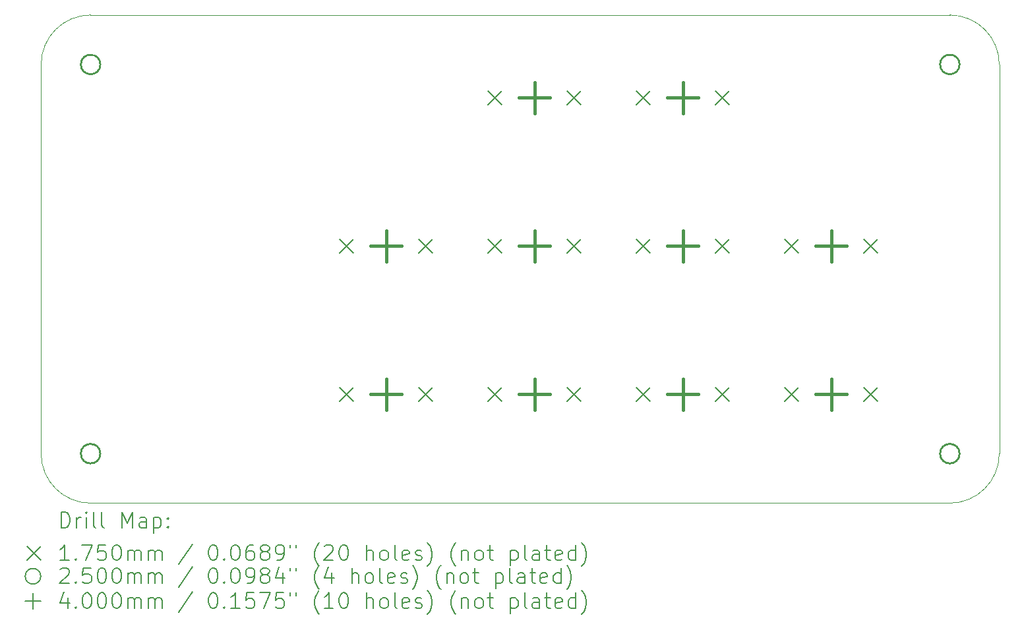
<source format=gbr>
%TF.GenerationSoftware,KiCad,Pcbnew,7.0.9*%
%TF.CreationDate,2024-01-16T00:31:27+00:00*%
%TF.ProjectId,AryA-Macropad,41727941-2d4d-4616-9372-6f7061642e6b,1.0*%
%TF.SameCoordinates,Original*%
%TF.FileFunction,Drillmap*%
%TF.FilePolarity,Positive*%
%FSLAX45Y45*%
G04 Gerber Fmt 4.5, Leading zero omitted, Abs format (unit mm)*
G04 Created by KiCad (PCBNEW 7.0.9) date 2024-01-16 00:31:27*
%MOMM*%
%LPD*%
G01*
G04 APERTURE LIST*
%ADD10C,0.100000*%
%ADD11C,0.200000*%
%ADD12C,0.175000*%
%ADD13C,0.250000*%
%ADD14C,0.400000*%
G04 APERTURE END LIST*
D10*
X8016875Y-5794375D02*
G75*
G03*
X7381875Y-6429375I0J-635000D01*
G01*
X7381875Y-11430000D02*
X7381875Y-6429375D01*
X8016875Y-12065000D02*
X19050000Y-12065000D01*
X19685000Y-11430000D02*
X19685000Y-6429375D01*
X8016875Y-5794375D02*
X19050000Y-5794375D01*
X19050000Y-12065000D02*
G75*
G03*
X19685000Y-11430000I0J635000D01*
G01*
X7381875Y-11430000D02*
G75*
G03*
X8016875Y-12065000I635000J0D01*
G01*
X19685005Y-6429375D02*
G75*
G03*
X19050000Y-5794375I-635005J-5D01*
G01*
D11*
D12*
X11215500Y-8675500D02*
X11390500Y-8850500D01*
X11390500Y-8675500D02*
X11215500Y-8850500D01*
X11215500Y-10580500D02*
X11390500Y-10755500D01*
X11390500Y-10580500D02*
X11215500Y-10755500D01*
X12231500Y-8675500D02*
X12406500Y-8850500D01*
X12406500Y-8675500D02*
X12231500Y-8850500D01*
X12231500Y-10580500D02*
X12406500Y-10755500D01*
X12406500Y-10580500D02*
X12231500Y-10755500D01*
X13120500Y-6770500D02*
X13295500Y-6945500D01*
X13295500Y-6770500D02*
X13120500Y-6945500D01*
X13120500Y-8675500D02*
X13295500Y-8850500D01*
X13295500Y-8675500D02*
X13120500Y-8850500D01*
X13120500Y-10580500D02*
X13295500Y-10755500D01*
X13295500Y-10580500D02*
X13120500Y-10755500D01*
X14136500Y-6770500D02*
X14311500Y-6945500D01*
X14311500Y-6770500D02*
X14136500Y-6945500D01*
X14136500Y-8675500D02*
X14311500Y-8850500D01*
X14311500Y-8675500D02*
X14136500Y-8850500D01*
X14136500Y-10580500D02*
X14311500Y-10755500D01*
X14311500Y-10580500D02*
X14136500Y-10755500D01*
X15025500Y-6770500D02*
X15200500Y-6945500D01*
X15200500Y-6770500D02*
X15025500Y-6945500D01*
X15025500Y-8675500D02*
X15200500Y-8850500D01*
X15200500Y-8675500D02*
X15025500Y-8850500D01*
X15025500Y-10580500D02*
X15200500Y-10755500D01*
X15200500Y-10580500D02*
X15025500Y-10755500D01*
X16041500Y-6770500D02*
X16216500Y-6945500D01*
X16216500Y-6770500D02*
X16041500Y-6945500D01*
X16041500Y-8675500D02*
X16216500Y-8850500D01*
X16216500Y-8675500D02*
X16041500Y-8850500D01*
X16041500Y-10580500D02*
X16216500Y-10755500D01*
X16216500Y-10580500D02*
X16041500Y-10755500D01*
X16930500Y-8675500D02*
X17105500Y-8850500D01*
X17105500Y-8675500D02*
X16930500Y-8850500D01*
X16930500Y-10580500D02*
X17105500Y-10755500D01*
X17105500Y-10580500D02*
X16930500Y-10755500D01*
X17946500Y-8675500D02*
X18121500Y-8850500D01*
X18121500Y-8675500D02*
X17946500Y-8850500D01*
X17946500Y-10580500D02*
X18121500Y-10755500D01*
X18121500Y-10580500D02*
X17946500Y-10755500D01*
D13*
X8141875Y-6429375D02*
G75*
G03*
X8141875Y-6429375I-125000J0D01*
G01*
X8141875Y-11430000D02*
G75*
G03*
X8141875Y-11430000I-125000J0D01*
G01*
X19175000Y-6429375D02*
G75*
G03*
X19175000Y-6429375I-125000J0D01*
G01*
X19175000Y-11430000D02*
G75*
G03*
X19175000Y-11430000I-125000J0D01*
G01*
D14*
X11811000Y-8563000D02*
X11811000Y-8963000D01*
X11611000Y-8763000D02*
X12011000Y-8763000D01*
X11811000Y-10468000D02*
X11811000Y-10868000D01*
X11611000Y-10668000D02*
X12011000Y-10668000D01*
X13716000Y-6658000D02*
X13716000Y-7058000D01*
X13516000Y-6858000D02*
X13916000Y-6858000D01*
X13716000Y-8563000D02*
X13716000Y-8963000D01*
X13516000Y-8763000D02*
X13916000Y-8763000D01*
X13716000Y-10468000D02*
X13716000Y-10868000D01*
X13516000Y-10668000D02*
X13916000Y-10668000D01*
X15621000Y-6658000D02*
X15621000Y-7058000D01*
X15421000Y-6858000D02*
X15821000Y-6858000D01*
X15621000Y-8563000D02*
X15621000Y-8963000D01*
X15421000Y-8763000D02*
X15821000Y-8763000D01*
X15621000Y-10468000D02*
X15621000Y-10868000D01*
X15421000Y-10668000D02*
X15821000Y-10668000D01*
X17526000Y-8563000D02*
X17526000Y-8963000D01*
X17326000Y-8763000D02*
X17726000Y-8763000D01*
X17526000Y-10468000D02*
X17526000Y-10868000D01*
X17326000Y-10668000D02*
X17726000Y-10668000D01*
D11*
X7637652Y-12381484D02*
X7637652Y-12181484D01*
X7637652Y-12181484D02*
X7685271Y-12181484D01*
X7685271Y-12181484D02*
X7713842Y-12191008D01*
X7713842Y-12191008D02*
X7732890Y-12210055D01*
X7732890Y-12210055D02*
X7742414Y-12229103D01*
X7742414Y-12229103D02*
X7751937Y-12267198D01*
X7751937Y-12267198D02*
X7751937Y-12295769D01*
X7751937Y-12295769D02*
X7742414Y-12333865D01*
X7742414Y-12333865D02*
X7732890Y-12352912D01*
X7732890Y-12352912D02*
X7713842Y-12371960D01*
X7713842Y-12371960D02*
X7685271Y-12381484D01*
X7685271Y-12381484D02*
X7637652Y-12381484D01*
X7837652Y-12381484D02*
X7837652Y-12248150D01*
X7837652Y-12286246D02*
X7847176Y-12267198D01*
X7847176Y-12267198D02*
X7856699Y-12257674D01*
X7856699Y-12257674D02*
X7875747Y-12248150D01*
X7875747Y-12248150D02*
X7894795Y-12248150D01*
X7961461Y-12381484D02*
X7961461Y-12248150D01*
X7961461Y-12181484D02*
X7951937Y-12191008D01*
X7951937Y-12191008D02*
X7961461Y-12200531D01*
X7961461Y-12200531D02*
X7970985Y-12191008D01*
X7970985Y-12191008D02*
X7961461Y-12181484D01*
X7961461Y-12181484D02*
X7961461Y-12200531D01*
X8085271Y-12381484D02*
X8066223Y-12371960D01*
X8066223Y-12371960D02*
X8056699Y-12352912D01*
X8056699Y-12352912D02*
X8056699Y-12181484D01*
X8190033Y-12381484D02*
X8170985Y-12371960D01*
X8170985Y-12371960D02*
X8161461Y-12352912D01*
X8161461Y-12352912D02*
X8161461Y-12181484D01*
X8418604Y-12381484D02*
X8418604Y-12181484D01*
X8418604Y-12181484D02*
X8485271Y-12324341D01*
X8485271Y-12324341D02*
X8551938Y-12181484D01*
X8551938Y-12181484D02*
X8551938Y-12381484D01*
X8732890Y-12381484D02*
X8732890Y-12276722D01*
X8732890Y-12276722D02*
X8723366Y-12257674D01*
X8723366Y-12257674D02*
X8704319Y-12248150D01*
X8704319Y-12248150D02*
X8666223Y-12248150D01*
X8666223Y-12248150D02*
X8647176Y-12257674D01*
X8732890Y-12371960D02*
X8713842Y-12381484D01*
X8713842Y-12381484D02*
X8666223Y-12381484D01*
X8666223Y-12381484D02*
X8647176Y-12371960D01*
X8647176Y-12371960D02*
X8637652Y-12352912D01*
X8637652Y-12352912D02*
X8637652Y-12333865D01*
X8637652Y-12333865D02*
X8647176Y-12314817D01*
X8647176Y-12314817D02*
X8666223Y-12305293D01*
X8666223Y-12305293D02*
X8713842Y-12305293D01*
X8713842Y-12305293D02*
X8732890Y-12295769D01*
X8828128Y-12248150D02*
X8828128Y-12448150D01*
X8828128Y-12257674D02*
X8847176Y-12248150D01*
X8847176Y-12248150D02*
X8885271Y-12248150D01*
X8885271Y-12248150D02*
X8904319Y-12257674D01*
X8904319Y-12257674D02*
X8913842Y-12267198D01*
X8913842Y-12267198D02*
X8923366Y-12286246D01*
X8923366Y-12286246D02*
X8923366Y-12343388D01*
X8923366Y-12343388D02*
X8913842Y-12362436D01*
X8913842Y-12362436D02*
X8904319Y-12371960D01*
X8904319Y-12371960D02*
X8885271Y-12381484D01*
X8885271Y-12381484D02*
X8847176Y-12381484D01*
X8847176Y-12381484D02*
X8828128Y-12371960D01*
X9009080Y-12362436D02*
X9018604Y-12371960D01*
X9018604Y-12371960D02*
X9009080Y-12381484D01*
X9009080Y-12381484D02*
X8999557Y-12371960D01*
X8999557Y-12371960D02*
X9009080Y-12362436D01*
X9009080Y-12362436D02*
X9009080Y-12381484D01*
X9009080Y-12257674D02*
X9018604Y-12267198D01*
X9018604Y-12267198D02*
X9009080Y-12276722D01*
X9009080Y-12276722D02*
X8999557Y-12267198D01*
X8999557Y-12267198D02*
X9009080Y-12257674D01*
X9009080Y-12257674D02*
X9009080Y-12276722D01*
D12*
X7201875Y-12622500D02*
X7376875Y-12797500D01*
X7376875Y-12622500D02*
X7201875Y-12797500D01*
D11*
X7742414Y-12801484D02*
X7628128Y-12801484D01*
X7685271Y-12801484D02*
X7685271Y-12601484D01*
X7685271Y-12601484D02*
X7666223Y-12630055D01*
X7666223Y-12630055D02*
X7647176Y-12649103D01*
X7647176Y-12649103D02*
X7628128Y-12658627D01*
X7828128Y-12782436D02*
X7837652Y-12791960D01*
X7837652Y-12791960D02*
X7828128Y-12801484D01*
X7828128Y-12801484D02*
X7818604Y-12791960D01*
X7818604Y-12791960D02*
X7828128Y-12782436D01*
X7828128Y-12782436D02*
X7828128Y-12801484D01*
X7904318Y-12601484D02*
X8037652Y-12601484D01*
X8037652Y-12601484D02*
X7951937Y-12801484D01*
X8209080Y-12601484D02*
X8113842Y-12601484D01*
X8113842Y-12601484D02*
X8104318Y-12696722D01*
X8104318Y-12696722D02*
X8113842Y-12687198D01*
X8113842Y-12687198D02*
X8132890Y-12677674D01*
X8132890Y-12677674D02*
X8180509Y-12677674D01*
X8180509Y-12677674D02*
X8199557Y-12687198D01*
X8199557Y-12687198D02*
X8209080Y-12696722D01*
X8209080Y-12696722D02*
X8218604Y-12715769D01*
X8218604Y-12715769D02*
X8218604Y-12763388D01*
X8218604Y-12763388D02*
X8209080Y-12782436D01*
X8209080Y-12782436D02*
X8199557Y-12791960D01*
X8199557Y-12791960D02*
X8180509Y-12801484D01*
X8180509Y-12801484D02*
X8132890Y-12801484D01*
X8132890Y-12801484D02*
X8113842Y-12791960D01*
X8113842Y-12791960D02*
X8104318Y-12782436D01*
X8342414Y-12601484D02*
X8361461Y-12601484D01*
X8361461Y-12601484D02*
X8380509Y-12611008D01*
X8380509Y-12611008D02*
X8390033Y-12620531D01*
X8390033Y-12620531D02*
X8399557Y-12639579D01*
X8399557Y-12639579D02*
X8409080Y-12677674D01*
X8409080Y-12677674D02*
X8409080Y-12725293D01*
X8409080Y-12725293D02*
X8399557Y-12763388D01*
X8399557Y-12763388D02*
X8390033Y-12782436D01*
X8390033Y-12782436D02*
X8380509Y-12791960D01*
X8380509Y-12791960D02*
X8361461Y-12801484D01*
X8361461Y-12801484D02*
X8342414Y-12801484D01*
X8342414Y-12801484D02*
X8323366Y-12791960D01*
X8323366Y-12791960D02*
X8313842Y-12782436D01*
X8313842Y-12782436D02*
X8304318Y-12763388D01*
X8304318Y-12763388D02*
X8294795Y-12725293D01*
X8294795Y-12725293D02*
X8294795Y-12677674D01*
X8294795Y-12677674D02*
X8304318Y-12639579D01*
X8304318Y-12639579D02*
X8313842Y-12620531D01*
X8313842Y-12620531D02*
X8323366Y-12611008D01*
X8323366Y-12611008D02*
X8342414Y-12601484D01*
X8494795Y-12801484D02*
X8494795Y-12668150D01*
X8494795Y-12687198D02*
X8504319Y-12677674D01*
X8504319Y-12677674D02*
X8523366Y-12668150D01*
X8523366Y-12668150D02*
X8551938Y-12668150D01*
X8551938Y-12668150D02*
X8570985Y-12677674D01*
X8570985Y-12677674D02*
X8580509Y-12696722D01*
X8580509Y-12696722D02*
X8580509Y-12801484D01*
X8580509Y-12696722D02*
X8590033Y-12677674D01*
X8590033Y-12677674D02*
X8609080Y-12668150D01*
X8609080Y-12668150D02*
X8637652Y-12668150D01*
X8637652Y-12668150D02*
X8656700Y-12677674D01*
X8656700Y-12677674D02*
X8666223Y-12696722D01*
X8666223Y-12696722D02*
X8666223Y-12801484D01*
X8761461Y-12801484D02*
X8761461Y-12668150D01*
X8761461Y-12687198D02*
X8770985Y-12677674D01*
X8770985Y-12677674D02*
X8790033Y-12668150D01*
X8790033Y-12668150D02*
X8818604Y-12668150D01*
X8818604Y-12668150D02*
X8837652Y-12677674D01*
X8837652Y-12677674D02*
X8847176Y-12696722D01*
X8847176Y-12696722D02*
X8847176Y-12801484D01*
X8847176Y-12696722D02*
X8856700Y-12677674D01*
X8856700Y-12677674D02*
X8875747Y-12668150D01*
X8875747Y-12668150D02*
X8904319Y-12668150D01*
X8904319Y-12668150D02*
X8923366Y-12677674D01*
X8923366Y-12677674D02*
X8932890Y-12696722D01*
X8932890Y-12696722D02*
X8932890Y-12801484D01*
X9323366Y-12591960D02*
X9151938Y-12849103D01*
X9580509Y-12601484D02*
X9599557Y-12601484D01*
X9599557Y-12601484D02*
X9618604Y-12611008D01*
X9618604Y-12611008D02*
X9628128Y-12620531D01*
X9628128Y-12620531D02*
X9637652Y-12639579D01*
X9637652Y-12639579D02*
X9647176Y-12677674D01*
X9647176Y-12677674D02*
X9647176Y-12725293D01*
X9647176Y-12725293D02*
X9637652Y-12763388D01*
X9637652Y-12763388D02*
X9628128Y-12782436D01*
X9628128Y-12782436D02*
X9618604Y-12791960D01*
X9618604Y-12791960D02*
X9599557Y-12801484D01*
X9599557Y-12801484D02*
X9580509Y-12801484D01*
X9580509Y-12801484D02*
X9561462Y-12791960D01*
X9561462Y-12791960D02*
X9551938Y-12782436D01*
X9551938Y-12782436D02*
X9542414Y-12763388D01*
X9542414Y-12763388D02*
X9532890Y-12725293D01*
X9532890Y-12725293D02*
X9532890Y-12677674D01*
X9532890Y-12677674D02*
X9542414Y-12639579D01*
X9542414Y-12639579D02*
X9551938Y-12620531D01*
X9551938Y-12620531D02*
X9561462Y-12611008D01*
X9561462Y-12611008D02*
X9580509Y-12601484D01*
X9732890Y-12782436D02*
X9742414Y-12791960D01*
X9742414Y-12791960D02*
X9732890Y-12801484D01*
X9732890Y-12801484D02*
X9723366Y-12791960D01*
X9723366Y-12791960D02*
X9732890Y-12782436D01*
X9732890Y-12782436D02*
X9732890Y-12801484D01*
X9866223Y-12601484D02*
X9885271Y-12601484D01*
X9885271Y-12601484D02*
X9904319Y-12611008D01*
X9904319Y-12611008D02*
X9913843Y-12620531D01*
X9913843Y-12620531D02*
X9923366Y-12639579D01*
X9923366Y-12639579D02*
X9932890Y-12677674D01*
X9932890Y-12677674D02*
X9932890Y-12725293D01*
X9932890Y-12725293D02*
X9923366Y-12763388D01*
X9923366Y-12763388D02*
X9913843Y-12782436D01*
X9913843Y-12782436D02*
X9904319Y-12791960D01*
X9904319Y-12791960D02*
X9885271Y-12801484D01*
X9885271Y-12801484D02*
X9866223Y-12801484D01*
X9866223Y-12801484D02*
X9847176Y-12791960D01*
X9847176Y-12791960D02*
X9837652Y-12782436D01*
X9837652Y-12782436D02*
X9828128Y-12763388D01*
X9828128Y-12763388D02*
X9818604Y-12725293D01*
X9818604Y-12725293D02*
X9818604Y-12677674D01*
X9818604Y-12677674D02*
X9828128Y-12639579D01*
X9828128Y-12639579D02*
X9837652Y-12620531D01*
X9837652Y-12620531D02*
X9847176Y-12611008D01*
X9847176Y-12611008D02*
X9866223Y-12601484D01*
X10104319Y-12601484D02*
X10066223Y-12601484D01*
X10066223Y-12601484D02*
X10047176Y-12611008D01*
X10047176Y-12611008D02*
X10037652Y-12620531D01*
X10037652Y-12620531D02*
X10018604Y-12649103D01*
X10018604Y-12649103D02*
X10009081Y-12687198D01*
X10009081Y-12687198D02*
X10009081Y-12763388D01*
X10009081Y-12763388D02*
X10018604Y-12782436D01*
X10018604Y-12782436D02*
X10028128Y-12791960D01*
X10028128Y-12791960D02*
X10047176Y-12801484D01*
X10047176Y-12801484D02*
X10085271Y-12801484D01*
X10085271Y-12801484D02*
X10104319Y-12791960D01*
X10104319Y-12791960D02*
X10113843Y-12782436D01*
X10113843Y-12782436D02*
X10123366Y-12763388D01*
X10123366Y-12763388D02*
X10123366Y-12715769D01*
X10123366Y-12715769D02*
X10113843Y-12696722D01*
X10113843Y-12696722D02*
X10104319Y-12687198D01*
X10104319Y-12687198D02*
X10085271Y-12677674D01*
X10085271Y-12677674D02*
X10047176Y-12677674D01*
X10047176Y-12677674D02*
X10028128Y-12687198D01*
X10028128Y-12687198D02*
X10018604Y-12696722D01*
X10018604Y-12696722D02*
X10009081Y-12715769D01*
X10237652Y-12687198D02*
X10218604Y-12677674D01*
X10218604Y-12677674D02*
X10209081Y-12668150D01*
X10209081Y-12668150D02*
X10199557Y-12649103D01*
X10199557Y-12649103D02*
X10199557Y-12639579D01*
X10199557Y-12639579D02*
X10209081Y-12620531D01*
X10209081Y-12620531D02*
X10218604Y-12611008D01*
X10218604Y-12611008D02*
X10237652Y-12601484D01*
X10237652Y-12601484D02*
X10275747Y-12601484D01*
X10275747Y-12601484D02*
X10294795Y-12611008D01*
X10294795Y-12611008D02*
X10304319Y-12620531D01*
X10304319Y-12620531D02*
X10313843Y-12639579D01*
X10313843Y-12639579D02*
X10313843Y-12649103D01*
X10313843Y-12649103D02*
X10304319Y-12668150D01*
X10304319Y-12668150D02*
X10294795Y-12677674D01*
X10294795Y-12677674D02*
X10275747Y-12687198D01*
X10275747Y-12687198D02*
X10237652Y-12687198D01*
X10237652Y-12687198D02*
X10218604Y-12696722D01*
X10218604Y-12696722D02*
X10209081Y-12706246D01*
X10209081Y-12706246D02*
X10199557Y-12725293D01*
X10199557Y-12725293D02*
X10199557Y-12763388D01*
X10199557Y-12763388D02*
X10209081Y-12782436D01*
X10209081Y-12782436D02*
X10218604Y-12791960D01*
X10218604Y-12791960D02*
X10237652Y-12801484D01*
X10237652Y-12801484D02*
X10275747Y-12801484D01*
X10275747Y-12801484D02*
X10294795Y-12791960D01*
X10294795Y-12791960D02*
X10304319Y-12782436D01*
X10304319Y-12782436D02*
X10313843Y-12763388D01*
X10313843Y-12763388D02*
X10313843Y-12725293D01*
X10313843Y-12725293D02*
X10304319Y-12706246D01*
X10304319Y-12706246D02*
X10294795Y-12696722D01*
X10294795Y-12696722D02*
X10275747Y-12687198D01*
X10409081Y-12801484D02*
X10447176Y-12801484D01*
X10447176Y-12801484D02*
X10466224Y-12791960D01*
X10466224Y-12791960D02*
X10475747Y-12782436D01*
X10475747Y-12782436D02*
X10494795Y-12753865D01*
X10494795Y-12753865D02*
X10504319Y-12715769D01*
X10504319Y-12715769D02*
X10504319Y-12639579D01*
X10504319Y-12639579D02*
X10494795Y-12620531D01*
X10494795Y-12620531D02*
X10485271Y-12611008D01*
X10485271Y-12611008D02*
X10466224Y-12601484D01*
X10466224Y-12601484D02*
X10428128Y-12601484D01*
X10428128Y-12601484D02*
X10409081Y-12611008D01*
X10409081Y-12611008D02*
X10399557Y-12620531D01*
X10399557Y-12620531D02*
X10390033Y-12639579D01*
X10390033Y-12639579D02*
X10390033Y-12687198D01*
X10390033Y-12687198D02*
X10399557Y-12706246D01*
X10399557Y-12706246D02*
X10409081Y-12715769D01*
X10409081Y-12715769D02*
X10428128Y-12725293D01*
X10428128Y-12725293D02*
X10466224Y-12725293D01*
X10466224Y-12725293D02*
X10485271Y-12715769D01*
X10485271Y-12715769D02*
X10494795Y-12706246D01*
X10494795Y-12706246D02*
X10504319Y-12687198D01*
X10580509Y-12601484D02*
X10580509Y-12639579D01*
X10656700Y-12601484D02*
X10656700Y-12639579D01*
X10951938Y-12877674D02*
X10942414Y-12868150D01*
X10942414Y-12868150D02*
X10923366Y-12839579D01*
X10923366Y-12839579D02*
X10913843Y-12820531D01*
X10913843Y-12820531D02*
X10904319Y-12791960D01*
X10904319Y-12791960D02*
X10894795Y-12744341D01*
X10894795Y-12744341D02*
X10894795Y-12706246D01*
X10894795Y-12706246D02*
X10904319Y-12658627D01*
X10904319Y-12658627D02*
X10913843Y-12630055D01*
X10913843Y-12630055D02*
X10923366Y-12611008D01*
X10923366Y-12611008D02*
X10942414Y-12582436D01*
X10942414Y-12582436D02*
X10951938Y-12572912D01*
X11018605Y-12620531D02*
X11028128Y-12611008D01*
X11028128Y-12611008D02*
X11047176Y-12601484D01*
X11047176Y-12601484D02*
X11094795Y-12601484D01*
X11094795Y-12601484D02*
X11113843Y-12611008D01*
X11113843Y-12611008D02*
X11123366Y-12620531D01*
X11123366Y-12620531D02*
X11132890Y-12639579D01*
X11132890Y-12639579D02*
X11132890Y-12658627D01*
X11132890Y-12658627D02*
X11123366Y-12687198D01*
X11123366Y-12687198D02*
X11009081Y-12801484D01*
X11009081Y-12801484D02*
X11132890Y-12801484D01*
X11256700Y-12601484D02*
X11275747Y-12601484D01*
X11275747Y-12601484D02*
X11294795Y-12611008D01*
X11294795Y-12611008D02*
X11304319Y-12620531D01*
X11304319Y-12620531D02*
X11313843Y-12639579D01*
X11313843Y-12639579D02*
X11323366Y-12677674D01*
X11323366Y-12677674D02*
X11323366Y-12725293D01*
X11323366Y-12725293D02*
X11313843Y-12763388D01*
X11313843Y-12763388D02*
X11304319Y-12782436D01*
X11304319Y-12782436D02*
X11294795Y-12791960D01*
X11294795Y-12791960D02*
X11275747Y-12801484D01*
X11275747Y-12801484D02*
X11256700Y-12801484D01*
X11256700Y-12801484D02*
X11237652Y-12791960D01*
X11237652Y-12791960D02*
X11228128Y-12782436D01*
X11228128Y-12782436D02*
X11218604Y-12763388D01*
X11218604Y-12763388D02*
X11209081Y-12725293D01*
X11209081Y-12725293D02*
X11209081Y-12677674D01*
X11209081Y-12677674D02*
X11218604Y-12639579D01*
X11218604Y-12639579D02*
X11228128Y-12620531D01*
X11228128Y-12620531D02*
X11237652Y-12611008D01*
X11237652Y-12611008D02*
X11256700Y-12601484D01*
X11561462Y-12801484D02*
X11561462Y-12601484D01*
X11647176Y-12801484D02*
X11647176Y-12696722D01*
X11647176Y-12696722D02*
X11637652Y-12677674D01*
X11637652Y-12677674D02*
X11618605Y-12668150D01*
X11618605Y-12668150D02*
X11590033Y-12668150D01*
X11590033Y-12668150D02*
X11570985Y-12677674D01*
X11570985Y-12677674D02*
X11561462Y-12687198D01*
X11770985Y-12801484D02*
X11751938Y-12791960D01*
X11751938Y-12791960D02*
X11742414Y-12782436D01*
X11742414Y-12782436D02*
X11732890Y-12763388D01*
X11732890Y-12763388D02*
X11732890Y-12706246D01*
X11732890Y-12706246D02*
X11742414Y-12687198D01*
X11742414Y-12687198D02*
X11751938Y-12677674D01*
X11751938Y-12677674D02*
X11770985Y-12668150D01*
X11770985Y-12668150D02*
X11799557Y-12668150D01*
X11799557Y-12668150D02*
X11818605Y-12677674D01*
X11818605Y-12677674D02*
X11828128Y-12687198D01*
X11828128Y-12687198D02*
X11837652Y-12706246D01*
X11837652Y-12706246D02*
X11837652Y-12763388D01*
X11837652Y-12763388D02*
X11828128Y-12782436D01*
X11828128Y-12782436D02*
X11818605Y-12791960D01*
X11818605Y-12791960D02*
X11799557Y-12801484D01*
X11799557Y-12801484D02*
X11770985Y-12801484D01*
X11951938Y-12801484D02*
X11932890Y-12791960D01*
X11932890Y-12791960D02*
X11923366Y-12772912D01*
X11923366Y-12772912D02*
X11923366Y-12601484D01*
X12104319Y-12791960D02*
X12085271Y-12801484D01*
X12085271Y-12801484D02*
X12047176Y-12801484D01*
X12047176Y-12801484D02*
X12028128Y-12791960D01*
X12028128Y-12791960D02*
X12018605Y-12772912D01*
X12018605Y-12772912D02*
X12018605Y-12696722D01*
X12018605Y-12696722D02*
X12028128Y-12677674D01*
X12028128Y-12677674D02*
X12047176Y-12668150D01*
X12047176Y-12668150D02*
X12085271Y-12668150D01*
X12085271Y-12668150D02*
X12104319Y-12677674D01*
X12104319Y-12677674D02*
X12113843Y-12696722D01*
X12113843Y-12696722D02*
X12113843Y-12715769D01*
X12113843Y-12715769D02*
X12018605Y-12734817D01*
X12190033Y-12791960D02*
X12209081Y-12801484D01*
X12209081Y-12801484D02*
X12247176Y-12801484D01*
X12247176Y-12801484D02*
X12266224Y-12791960D01*
X12266224Y-12791960D02*
X12275747Y-12772912D01*
X12275747Y-12772912D02*
X12275747Y-12763388D01*
X12275747Y-12763388D02*
X12266224Y-12744341D01*
X12266224Y-12744341D02*
X12247176Y-12734817D01*
X12247176Y-12734817D02*
X12218605Y-12734817D01*
X12218605Y-12734817D02*
X12199557Y-12725293D01*
X12199557Y-12725293D02*
X12190033Y-12706246D01*
X12190033Y-12706246D02*
X12190033Y-12696722D01*
X12190033Y-12696722D02*
X12199557Y-12677674D01*
X12199557Y-12677674D02*
X12218605Y-12668150D01*
X12218605Y-12668150D02*
X12247176Y-12668150D01*
X12247176Y-12668150D02*
X12266224Y-12677674D01*
X12342414Y-12877674D02*
X12351938Y-12868150D01*
X12351938Y-12868150D02*
X12370986Y-12839579D01*
X12370986Y-12839579D02*
X12380509Y-12820531D01*
X12380509Y-12820531D02*
X12390033Y-12791960D01*
X12390033Y-12791960D02*
X12399557Y-12744341D01*
X12399557Y-12744341D02*
X12399557Y-12706246D01*
X12399557Y-12706246D02*
X12390033Y-12658627D01*
X12390033Y-12658627D02*
X12380509Y-12630055D01*
X12380509Y-12630055D02*
X12370986Y-12611008D01*
X12370986Y-12611008D02*
X12351938Y-12582436D01*
X12351938Y-12582436D02*
X12342414Y-12572912D01*
X12704319Y-12877674D02*
X12694795Y-12868150D01*
X12694795Y-12868150D02*
X12675747Y-12839579D01*
X12675747Y-12839579D02*
X12666224Y-12820531D01*
X12666224Y-12820531D02*
X12656700Y-12791960D01*
X12656700Y-12791960D02*
X12647176Y-12744341D01*
X12647176Y-12744341D02*
X12647176Y-12706246D01*
X12647176Y-12706246D02*
X12656700Y-12658627D01*
X12656700Y-12658627D02*
X12666224Y-12630055D01*
X12666224Y-12630055D02*
X12675747Y-12611008D01*
X12675747Y-12611008D02*
X12694795Y-12582436D01*
X12694795Y-12582436D02*
X12704319Y-12572912D01*
X12780509Y-12668150D02*
X12780509Y-12801484D01*
X12780509Y-12687198D02*
X12790033Y-12677674D01*
X12790033Y-12677674D02*
X12809081Y-12668150D01*
X12809081Y-12668150D02*
X12837652Y-12668150D01*
X12837652Y-12668150D02*
X12856700Y-12677674D01*
X12856700Y-12677674D02*
X12866224Y-12696722D01*
X12866224Y-12696722D02*
X12866224Y-12801484D01*
X12990033Y-12801484D02*
X12970986Y-12791960D01*
X12970986Y-12791960D02*
X12961462Y-12782436D01*
X12961462Y-12782436D02*
X12951938Y-12763388D01*
X12951938Y-12763388D02*
X12951938Y-12706246D01*
X12951938Y-12706246D02*
X12961462Y-12687198D01*
X12961462Y-12687198D02*
X12970986Y-12677674D01*
X12970986Y-12677674D02*
X12990033Y-12668150D01*
X12990033Y-12668150D02*
X13018605Y-12668150D01*
X13018605Y-12668150D02*
X13037652Y-12677674D01*
X13037652Y-12677674D02*
X13047176Y-12687198D01*
X13047176Y-12687198D02*
X13056700Y-12706246D01*
X13056700Y-12706246D02*
X13056700Y-12763388D01*
X13056700Y-12763388D02*
X13047176Y-12782436D01*
X13047176Y-12782436D02*
X13037652Y-12791960D01*
X13037652Y-12791960D02*
X13018605Y-12801484D01*
X13018605Y-12801484D02*
X12990033Y-12801484D01*
X13113843Y-12668150D02*
X13190033Y-12668150D01*
X13142414Y-12601484D02*
X13142414Y-12772912D01*
X13142414Y-12772912D02*
X13151938Y-12791960D01*
X13151938Y-12791960D02*
X13170986Y-12801484D01*
X13170986Y-12801484D02*
X13190033Y-12801484D01*
X13409081Y-12668150D02*
X13409081Y-12868150D01*
X13409081Y-12677674D02*
X13428128Y-12668150D01*
X13428128Y-12668150D02*
X13466224Y-12668150D01*
X13466224Y-12668150D02*
X13485271Y-12677674D01*
X13485271Y-12677674D02*
X13494795Y-12687198D01*
X13494795Y-12687198D02*
X13504319Y-12706246D01*
X13504319Y-12706246D02*
X13504319Y-12763388D01*
X13504319Y-12763388D02*
X13494795Y-12782436D01*
X13494795Y-12782436D02*
X13485271Y-12791960D01*
X13485271Y-12791960D02*
X13466224Y-12801484D01*
X13466224Y-12801484D02*
X13428128Y-12801484D01*
X13428128Y-12801484D02*
X13409081Y-12791960D01*
X13618605Y-12801484D02*
X13599557Y-12791960D01*
X13599557Y-12791960D02*
X13590033Y-12772912D01*
X13590033Y-12772912D02*
X13590033Y-12601484D01*
X13780509Y-12801484D02*
X13780509Y-12696722D01*
X13780509Y-12696722D02*
X13770986Y-12677674D01*
X13770986Y-12677674D02*
X13751938Y-12668150D01*
X13751938Y-12668150D02*
X13713843Y-12668150D01*
X13713843Y-12668150D02*
X13694795Y-12677674D01*
X13780509Y-12791960D02*
X13761462Y-12801484D01*
X13761462Y-12801484D02*
X13713843Y-12801484D01*
X13713843Y-12801484D02*
X13694795Y-12791960D01*
X13694795Y-12791960D02*
X13685271Y-12772912D01*
X13685271Y-12772912D02*
X13685271Y-12753865D01*
X13685271Y-12753865D02*
X13694795Y-12734817D01*
X13694795Y-12734817D02*
X13713843Y-12725293D01*
X13713843Y-12725293D02*
X13761462Y-12725293D01*
X13761462Y-12725293D02*
X13780509Y-12715769D01*
X13847176Y-12668150D02*
X13923367Y-12668150D01*
X13875748Y-12601484D02*
X13875748Y-12772912D01*
X13875748Y-12772912D02*
X13885271Y-12791960D01*
X13885271Y-12791960D02*
X13904319Y-12801484D01*
X13904319Y-12801484D02*
X13923367Y-12801484D01*
X14066224Y-12791960D02*
X14047176Y-12801484D01*
X14047176Y-12801484D02*
X14009081Y-12801484D01*
X14009081Y-12801484D02*
X13990033Y-12791960D01*
X13990033Y-12791960D02*
X13980509Y-12772912D01*
X13980509Y-12772912D02*
X13980509Y-12696722D01*
X13980509Y-12696722D02*
X13990033Y-12677674D01*
X13990033Y-12677674D02*
X14009081Y-12668150D01*
X14009081Y-12668150D02*
X14047176Y-12668150D01*
X14047176Y-12668150D02*
X14066224Y-12677674D01*
X14066224Y-12677674D02*
X14075748Y-12696722D01*
X14075748Y-12696722D02*
X14075748Y-12715769D01*
X14075748Y-12715769D02*
X13980509Y-12734817D01*
X14247176Y-12801484D02*
X14247176Y-12601484D01*
X14247176Y-12791960D02*
X14228129Y-12801484D01*
X14228129Y-12801484D02*
X14190033Y-12801484D01*
X14190033Y-12801484D02*
X14170986Y-12791960D01*
X14170986Y-12791960D02*
X14161462Y-12782436D01*
X14161462Y-12782436D02*
X14151938Y-12763388D01*
X14151938Y-12763388D02*
X14151938Y-12706246D01*
X14151938Y-12706246D02*
X14161462Y-12687198D01*
X14161462Y-12687198D02*
X14170986Y-12677674D01*
X14170986Y-12677674D02*
X14190033Y-12668150D01*
X14190033Y-12668150D02*
X14228129Y-12668150D01*
X14228129Y-12668150D02*
X14247176Y-12677674D01*
X14323367Y-12877674D02*
X14332890Y-12868150D01*
X14332890Y-12868150D02*
X14351938Y-12839579D01*
X14351938Y-12839579D02*
X14361462Y-12820531D01*
X14361462Y-12820531D02*
X14370986Y-12791960D01*
X14370986Y-12791960D02*
X14380509Y-12744341D01*
X14380509Y-12744341D02*
X14380509Y-12706246D01*
X14380509Y-12706246D02*
X14370986Y-12658627D01*
X14370986Y-12658627D02*
X14361462Y-12630055D01*
X14361462Y-12630055D02*
X14351938Y-12611008D01*
X14351938Y-12611008D02*
X14332890Y-12582436D01*
X14332890Y-12582436D02*
X14323367Y-12572912D01*
X7376875Y-13005000D02*
G75*
G03*
X7376875Y-13005000I-100000J0D01*
G01*
X7628128Y-12915531D02*
X7637652Y-12906008D01*
X7637652Y-12906008D02*
X7656699Y-12896484D01*
X7656699Y-12896484D02*
X7704318Y-12896484D01*
X7704318Y-12896484D02*
X7723366Y-12906008D01*
X7723366Y-12906008D02*
X7732890Y-12915531D01*
X7732890Y-12915531D02*
X7742414Y-12934579D01*
X7742414Y-12934579D02*
X7742414Y-12953627D01*
X7742414Y-12953627D02*
X7732890Y-12982198D01*
X7732890Y-12982198D02*
X7618604Y-13096484D01*
X7618604Y-13096484D02*
X7742414Y-13096484D01*
X7828128Y-13077436D02*
X7837652Y-13086960D01*
X7837652Y-13086960D02*
X7828128Y-13096484D01*
X7828128Y-13096484D02*
X7818604Y-13086960D01*
X7818604Y-13086960D02*
X7828128Y-13077436D01*
X7828128Y-13077436D02*
X7828128Y-13096484D01*
X8018604Y-12896484D02*
X7923366Y-12896484D01*
X7923366Y-12896484D02*
X7913842Y-12991722D01*
X7913842Y-12991722D02*
X7923366Y-12982198D01*
X7923366Y-12982198D02*
X7942414Y-12972674D01*
X7942414Y-12972674D02*
X7990033Y-12972674D01*
X7990033Y-12972674D02*
X8009080Y-12982198D01*
X8009080Y-12982198D02*
X8018604Y-12991722D01*
X8018604Y-12991722D02*
X8028128Y-13010769D01*
X8028128Y-13010769D02*
X8028128Y-13058388D01*
X8028128Y-13058388D02*
X8018604Y-13077436D01*
X8018604Y-13077436D02*
X8009080Y-13086960D01*
X8009080Y-13086960D02*
X7990033Y-13096484D01*
X7990033Y-13096484D02*
X7942414Y-13096484D01*
X7942414Y-13096484D02*
X7923366Y-13086960D01*
X7923366Y-13086960D02*
X7913842Y-13077436D01*
X8151937Y-12896484D02*
X8170985Y-12896484D01*
X8170985Y-12896484D02*
X8190033Y-12906008D01*
X8190033Y-12906008D02*
X8199557Y-12915531D01*
X8199557Y-12915531D02*
X8209080Y-12934579D01*
X8209080Y-12934579D02*
X8218604Y-12972674D01*
X8218604Y-12972674D02*
X8218604Y-13020293D01*
X8218604Y-13020293D02*
X8209080Y-13058388D01*
X8209080Y-13058388D02*
X8199557Y-13077436D01*
X8199557Y-13077436D02*
X8190033Y-13086960D01*
X8190033Y-13086960D02*
X8170985Y-13096484D01*
X8170985Y-13096484D02*
X8151937Y-13096484D01*
X8151937Y-13096484D02*
X8132890Y-13086960D01*
X8132890Y-13086960D02*
X8123366Y-13077436D01*
X8123366Y-13077436D02*
X8113842Y-13058388D01*
X8113842Y-13058388D02*
X8104318Y-13020293D01*
X8104318Y-13020293D02*
X8104318Y-12972674D01*
X8104318Y-12972674D02*
X8113842Y-12934579D01*
X8113842Y-12934579D02*
X8123366Y-12915531D01*
X8123366Y-12915531D02*
X8132890Y-12906008D01*
X8132890Y-12906008D02*
X8151937Y-12896484D01*
X8342414Y-12896484D02*
X8361461Y-12896484D01*
X8361461Y-12896484D02*
X8380509Y-12906008D01*
X8380509Y-12906008D02*
X8390033Y-12915531D01*
X8390033Y-12915531D02*
X8399557Y-12934579D01*
X8399557Y-12934579D02*
X8409080Y-12972674D01*
X8409080Y-12972674D02*
X8409080Y-13020293D01*
X8409080Y-13020293D02*
X8399557Y-13058388D01*
X8399557Y-13058388D02*
X8390033Y-13077436D01*
X8390033Y-13077436D02*
X8380509Y-13086960D01*
X8380509Y-13086960D02*
X8361461Y-13096484D01*
X8361461Y-13096484D02*
X8342414Y-13096484D01*
X8342414Y-13096484D02*
X8323366Y-13086960D01*
X8323366Y-13086960D02*
X8313842Y-13077436D01*
X8313842Y-13077436D02*
X8304318Y-13058388D01*
X8304318Y-13058388D02*
X8294795Y-13020293D01*
X8294795Y-13020293D02*
X8294795Y-12972674D01*
X8294795Y-12972674D02*
X8304318Y-12934579D01*
X8304318Y-12934579D02*
X8313842Y-12915531D01*
X8313842Y-12915531D02*
X8323366Y-12906008D01*
X8323366Y-12906008D02*
X8342414Y-12896484D01*
X8494795Y-13096484D02*
X8494795Y-12963150D01*
X8494795Y-12982198D02*
X8504319Y-12972674D01*
X8504319Y-12972674D02*
X8523366Y-12963150D01*
X8523366Y-12963150D02*
X8551938Y-12963150D01*
X8551938Y-12963150D02*
X8570985Y-12972674D01*
X8570985Y-12972674D02*
X8580509Y-12991722D01*
X8580509Y-12991722D02*
X8580509Y-13096484D01*
X8580509Y-12991722D02*
X8590033Y-12972674D01*
X8590033Y-12972674D02*
X8609080Y-12963150D01*
X8609080Y-12963150D02*
X8637652Y-12963150D01*
X8637652Y-12963150D02*
X8656700Y-12972674D01*
X8656700Y-12972674D02*
X8666223Y-12991722D01*
X8666223Y-12991722D02*
X8666223Y-13096484D01*
X8761461Y-13096484D02*
X8761461Y-12963150D01*
X8761461Y-12982198D02*
X8770985Y-12972674D01*
X8770985Y-12972674D02*
X8790033Y-12963150D01*
X8790033Y-12963150D02*
X8818604Y-12963150D01*
X8818604Y-12963150D02*
X8837652Y-12972674D01*
X8837652Y-12972674D02*
X8847176Y-12991722D01*
X8847176Y-12991722D02*
X8847176Y-13096484D01*
X8847176Y-12991722D02*
X8856700Y-12972674D01*
X8856700Y-12972674D02*
X8875747Y-12963150D01*
X8875747Y-12963150D02*
X8904319Y-12963150D01*
X8904319Y-12963150D02*
X8923366Y-12972674D01*
X8923366Y-12972674D02*
X8932890Y-12991722D01*
X8932890Y-12991722D02*
X8932890Y-13096484D01*
X9323366Y-12886960D02*
X9151938Y-13144103D01*
X9580509Y-12896484D02*
X9599557Y-12896484D01*
X9599557Y-12896484D02*
X9618604Y-12906008D01*
X9618604Y-12906008D02*
X9628128Y-12915531D01*
X9628128Y-12915531D02*
X9637652Y-12934579D01*
X9637652Y-12934579D02*
X9647176Y-12972674D01*
X9647176Y-12972674D02*
X9647176Y-13020293D01*
X9647176Y-13020293D02*
X9637652Y-13058388D01*
X9637652Y-13058388D02*
X9628128Y-13077436D01*
X9628128Y-13077436D02*
X9618604Y-13086960D01*
X9618604Y-13086960D02*
X9599557Y-13096484D01*
X9599557Y-13096484D02*
X9580509Y-13096484D01*
X9580509Y-13096484D02*
X9561462Y-13086960D01*
X9561462Y-13086960D02*
X9551938Y-13077436D01*
X9551938Y-13077436D02*
X9542414Y-13058388D01*
X9542414Y-13058388D02*
X9532890Y-13020293D01*
X9532890Y-13020293D02*
X9532890Y-12972674D01*
X9532890Y-12972674D02*
X9542414Y-12934579D01*
X9542414Y-12934579D02*
X9551938Y-12915531D01*
X9551938Y-12915531D02*
X9561462Y-12906008D01*
X9561462Y-12906008D02*
X9580509Y-12896484D01*
X9732890Y-13077436D02*
X9742414Y-13086960D01*
X9742414Y-13086960D02*
X9732890Y-13096484D01*
X9732890Y-13096484D02*
X9723366Y-13086960D01*
X9723366Y-13086960D02*
X9732890Y-13077436D01*
X9732890Y-13077436D02*
X9732890Y-13096484D01*
X9866223Y-12896484D02*
X9885271Y-12896484D01*
X9885271Y-12896484D02*
X9904319Y-12906008D01*
X9904319Y-12906008D02*
X9913843Y-12915531D01*
X9913843Y-12915531D02*
X9923366Y-12934579D01*
X9923366Y-12934579D02*
X9932890Y-12972674D01*
X9932890Y-12972674D02*
X9932890Y-13020293D01*
X9932890Y-13020293D02*
X9923366Y-13058388D01*
X9923366Y-13058388D02*
X9913843Y-13077436D01*
X9913843Y-13077436D02*
X9904319Y-13086960D01*
X9904319Y-13086960D02*
X9885271Y-13096484D01*
X9885271Y-13096484D02*
X9866223Y-13096484D01*
X9866223Y-13096484D02*
X9847176Y-13086960D01*
X9847176Y-13086960D02*
X9837652Y-13077436D01*
X9837652Y-13077436D02*
X9828128Y-13058388D01*
X9828128Y-13058388D02*
X9818604Y-13020293D01*
X9818604Y-13020293D02*
X9818604Y-12972674D01*
X9818604Y-12972674D02*
X9828128Y-12934579D01*
X9828128Y-12934579D02*
X9837652Y-12915531D01*
X9837652Y-12915531D02*
X9847176Y-12906008D01*
X9847176Y-12906008D02*
X9866223Y-12896484D01*
X10028128Y-13096484D02*
X10066223Y-13096484D01*
X10066223Y-13096484D02*
X10085271Y-13086960D01*
X10085271Y-13086960D02*
X10094795Y-13077436D01*
X10094795Y-13077436D02*
X10113843Y-13048865D01*
X10113843Y-13048865D02*
X10123366Y-13010769D01*
X10123366Y-13010769D02*
X10123366Y-12934579D01*
X10123366Y-12934579D02*
X10113843Y-12915531D01*
X10113843Y-12915531D02*
X10104319Y-12906008D01*
X10104319Y-12906008D02*
X10085271Y-12896484D01*
X10085271Y-12896484D02*
X10047176Y-12896484D01*
X10047176Y-12896484D02*
X10028128Y-12906008D01*
X10028128Y-12906008D02*
X10018604Y-12915531D01*
X10018604Y-12915531D02*
X10009081Y-12934579D01*
X10009081Y-12934579D02*
X10009081Y-12982198D01*
X10009081Y-12982198D02*
X10018604Y-13001246D01*
X10018604Y-13001246D02*
X10028128Y-13010769D01*
X10028128Y-13010769D02*
X10047176Y-13020293D01*
X10047176Y-13020293D02*
X10085271Y-13020293D01*
X10085271Y-13020293D02*
X10104319Y-13010769D01*
X10104319Y-13010769D02*
X10113843Y-13001246D01*
X10113843Y-13001246D02*
X10123366Y-12982198D01*
X10237652Y-12982198D02*
X10218604Y-12972674D01*
X10218604Y-12972674D02*
X10209081Y-12963150D01*
X10209081Y-12963150D02*
X10199557Y-12944103D01*
X10199557Y-12944103D02*
X10199557Y-12934579D01*
X10199557Y-12934579D02*
X10209081Y-12915531D01*
X10209081Y-12915531D02*
X10218604Y-12906008D01*
X10218604Y-12906008D02*
X10237652Y-12896484D01*
X10237652Y-12896484D02*
X10275747Y-12896484D01*
X10275747Y-12896484D02*
X10294795Y-12906008D01*
X10294795Y-12906008D02*
X10304319Y-12915531D01*
X10304319Y-12915531D02*
X10313843Y-12934579D01*
X10313843Y-12934579D02*
X10313843Y-12944103D01*
X10313843Y-12944103D02*
X10304319Y-12963150D01*
X10304319Y-12963150D02*
X10294795Y-12972674D01*
X10294795Y-12972674D02*
X10275747Y-12982198D01*
X10275747Y-12982198D02*
X10237652Y-12982198D01*
X10237652Y-12982198D02*
X10218604Y-12991722D01*
X10218604Y-12991722D02*
X10209081Y-13001246D01*
X10209081Y-13001246D02*
X10199557Y-13020293D01*
X10199557Y-13020293D02*
X10199557Y-13058388D01*
X10199557Y-13058388D02*
X10209081Y-13077436D01*
X10209081Y-13077436D02*
X10218604Y-13086960D01*
X10218604Y-13086960D02*
X10237652Y-13096484D01*
X10237652Y-13096484D02*
X10275747Y-13096484D01*
X10275747Y-13096484D02*
X10294795Y-13086960D01*
X10294795Y-13086960D02*
X10304319Y-13077436D01*
X10304319Y-13077436D02*
X10313843Y-13058388D01*
X10313843Y-13058388D02*
X10313843Y-13020293D01*
X10313843Y-13020293D02*
X10304319Y-13001246D01*
X10304319Y-13001246D02*
X10294795Y-12991722D01*
X10294795Y-12991722D02*
X10275747Y-12982198D01*
X10485271Y-12963150D02*
X10485271Y-13096484D01*
X10437652Y-12886960D02*
X10390033Y-13029817D01*
X10390033Y-13029817D02*
X10513843Y-13029817D01*
X10580509Y-12896484D02*
X10580509Y-12934579D01*
X10656700Y-12896484D02*
X10656700Y-12934579D01*
X10951938Y-13172674D02*
X10942414Y-13163150D01*
X10942414Y-13163150D02*
X10923366Y-13134579D01*
X10923366Y-13134579D02*
X10913843Y-13115531D01*
X10913843Y-13115531D02*
X10904319Y-13086960D01*
X10904319Y-13086960D02*
X10894795Y-13039341D01*
X10894795Y-13039341D02*
X10894795Y-13001246D01*
X10894795Y-13001246D02*
X10904319Y-12953627D01*
X10904319Y-12953627D02*
X10913843Y-12925055D01*
X10913843Y-12925055D02*
X10923366Y-12906008D01*
X10923366Y-12906008D02*
X10942414Y-12877436D01*
X10942414Y-12877436D02*
X10951938Y-12867912D01*
X11113843Y-12963150D02*
X11113843Y-13096484D01*
X11066224Y-12886960D02*
X11018605Y-13029817D01*
X11018605Y-13029817D02*
X11142414Y-13029817D01*
X11370985Y-13096484D02*
X11370985Y-12896484D01*
X11456700Y-13096484D02*
X11456700Y-12991722D01*
X11456700Y-12991722D02*
X11447176Y-12972674D01*
X11447176Y-12972674D02*
X11428128Y-12963150D01*
X11428128Y-12963150D02*
X11399557Y-12963150D01*
X11399557Y-12963150D02*
X11380509Y-12972674D01*
X11380509Y-12972674D02*
X11370985Y-12982198D01*
X11580509Y-13096484D02*
X11561462Y-13086960D01*
X11561462Y-13086960D02*
X11551938Y-13077436D01*
X11551938Y-13077436D02*
X11542414Y-13058388D01*
X11542414Y-13058388D02*
X11542414Y-13001246D01*
X11542414Y-13001246D02*
X11551938Y-12982198D01*
X11551938Y-12982198D02*
X11561462Y-12972674D01*
X11561462Y-12972674D02*
X11580509Y-12963150D01*
X11580509Y-12963150D02*
X11609081Y-12963150D01*
X11609081Y-12963150D02*
X11628128Y-12972674D01*
X11628128Y-12972674D02*
X11637652Y-12982198D01*
X11637652Y-12982198D02*
X11647176Y-13001246D01*
X11647176Y-13001246D02*
X11647176Y-13058388D01*
X11647176Y-13058388D02*
X11637652Y-13077436D01*
X11637652Y-13077436D02*
X11628128Y-13086960D01*
X11628128Y-13086960D02*
X11609081Y-13096484D01*
X11609081Y-13096484D02*
X11580509Y-13096484D01*
X11761462Y-13096484D02*
X11742414Y-13086960D01*
X11742414Y-13086960D02*
X11732890Y-13067912D01*
X11732890Y-13067912D02*
X11732890Y-12896484D01*
X11913843Y-13086960D02*
X11894795Y-13096484D01*
X11894795Y-13096484D02*
X11856700Y-13096484D01*
X11856700Y-13096484D02*
X11837652Y-13086960D01*
X11837652Y-13086960D02*
X11828128Y-13067912D01*
X11828128Y-13067912D02*
X11828128Y-12991722D01*
X11828128Y-12991722D02*
X11837652Y-12972674D01*
X11837652Y-12972674D02*
X11856700Y-12963150D01*
X11856700Y-12963150D02*
X11894795Y-12963150D01*
X11894795Y-12963150D02*
X11913843Y-12972674D01*
X11913843Y-12972674D02*
X11923366Y-12991722D01*
X11923366Y-12991722D02*
X11923366Y-13010769D01*
X11923366Y-13010769D02*
X11828128Y-13029817D01*
X11999557Y-13086960D02*
X12018605Y-13096484D01*
X12018605Y-13096484D02*
X12056700Y-13096484D01*
X12056700Y-13096484D02*
X12075747Y-13086960D01*
X12075747Y-13086960D02*
X12085271Y-13067912D01*
X12085271Y-13067912D02*
X12085271Y-13058388D01*
X12085271Y-13058388D02*
X12075747Y-13039341D01*
X12075747Y-13039341D02*
X12056700Y-13029817D01*
X12056700Y-13029817D02*
X12028128Y-13029817D01*
X12028128Y-13029817D02*
X12009081Y-13020293D01*
X12009081Y-13020293D02*
X11999557Y-13001246D01*
X11999557Y-13001246D02*
X11999557Y-12991722D01*
X11999557Y-12991722D02*
X12009081Y-12972674D01*
X12009081Y-12972674D02*
X12028128Y-12963150D01*
X12028128Y-12963150D02*
X12056700Y-12963150D01*
X12056700Y-12963150D02*
X12075747Y-12972674D01*
X12151938Y-13172674D02*
X12161462Y-13163150D01*
X12161462Y-13163150D02*
X12180509Y-13134579D01*
X12180509Y-13134579D02*
X12190033Y-13115531D01*
X12190033Y-13115531D02*
X12199557Y-13086960D01*
X12199557Y-13086960D02*
X12209081Y-13039341D01*
X12209081Y-13039341D02*
X12209081Y-13001246D01*
X12209081Y-13001246D02*
X12199557Y-12953627D01*
X12199557Y-12953627D02*
X12190033Y-12925055D01*
X12190033Y-12925055D02*
X12180509Y-12906008D01*
X12180509Y-12906008D02*
X12161462Y-12877436D01*
X12161462Y-12877436D02*
X12151938Y-12867912D01*
X12513843Y-13172674D02*
X12504319Y-13163150D01*
X12504319Y-13163150D02*
X12485271Y-13134579D01*
X12485271Y-13134579D02*
X12475747Y-13115531D01*
X12475747Y-13115531D02*
X12466224Y-13086960D01*
X12466224Y-13086960D02*
X12456700Y-13039341D01*
X12456700Y-13039341D02*
X12456700Y-13001246D01*
X12456700Y-13001246D02*
X12466224Y-12953627D01*
X12466224Y-12953627D02*
X12475747Y-12925055D01*
X12475747Y-12925055D02*
X12485271Y-12906008D01*
X12485271Y-12906008D02*
X12504319Y-12877436D01*
X12504319Y-12877436D02*
X12513843Y-12867912D01*
X12590033Y-12963150D02*
X12590033Y-13096484D01*
X12590033Y-12982198D02*
X12599557Y-12972674D01*
X12599557Y-12972674D02*
X12618605Y-12963150D01*
X12618605Y-12963150D02*
X12647176Y-12963150D01*
X12647176Y-12963150D02*
X12666224Y-12972674D01*
X12666224Y-12972674D02*
X12675747Y-12991722D01*
X12675747Y-12991722D02*
X12675747Y-13096484D01*
X12799557Y-13096484D02*
X12780509Y-13086960D01*
X12780509Y-13086960D02*
X12770986Y-13077436D01*
X12770986Y-13077436D02*
X12761462Y-13058388D01*
X12761462Y-13058388D02*
X12761462Y-13001246D01*
X12761462Y-13001246D02*
X12770986Y-12982198D01*
X12770986Y-12982198D02*
X12780509Y-12972674D01*
X12780509Y-12972674D02*
X12799557Y-12963150D01*
X12799557Y-12963150D02*
X12828128Y-12963150D01*
X12828128Y-12963150D02*
X12847176Y-12972674D01*
X12847176Y-12972674D02*
X12856700Y-12982198D01*
X12856700Y-12982198D02*
X12866224Y-13001246D01*
X12866224Y-13001246D02*
X12866224Y-13058388D01*
X12866224Y-13058388D02*
X12856700Y-13077436D01*
X12856700Y-13077436D02*
X12847176Y-13086960D01*
X12847176Y-13086960D02*
X12828128Y-13096484D01*
X12828128Y-13096484D02*
X12799557Y-13096484D01*
X12923367Y-12963150D02*
X12999557Y-12963150D01*
X12951938Y-12896484D02*
X12951938Y-13067912D01*
X12951938Y-13067912D02*
X12961462Y-13086960D01*
X12961462Y-13086960D02*
X12980509Y-13096484D01*
X12980509Y-13096484D02*
X12999557Y-13096484D01*
X13218605Y-12963150D02*
X13218605Y-13163150D01*
X13218605Y-12972674D02*
X13237652Y-12963150D01*
X13237652Y-12963150D02*
X13275748Y-12963150D01*
X13275748Y-12963150D02*
X13294795Y-12972674D01*
X13294795Y-12972674D02*
X13304319Y-12982198D01*
X13304319Y-12982198D02*
X13313843Y-13001246D01*
X13313843Y-13001246D02*
X13313843Y-13058388D01*
X13313843Y-13058388D02*
X13304319Y-13077436D01*
X13304319Y-13077436D02*
X13294795Y-13086960D01*
X13294795Y-13086960D02*
X13275748Y-13096484D01*
X13275748Y-13096484D02*
X13237652Y-13096484D01*
X13237652Y-13096484D02*
X13218605Y-13086960D01*
X13428128Y-13096484D02*
X13409081Y-13086960D01*
X13409081Y-13086960D02*
X13399557Y-13067912D01*
X13399557Y-13067912D02*
X13399557Y-12896484D01*
X13590033Y-13096484D02*
X13590033Y-12991722D01*
X13590033Y-12991722D02*
X13580509Y-12972674D01*
X13580509Y-12972674D02*
X13561462Y-12963150D01*
X13561462Y-12963150D02*
X13523367Y-12963150D01*
X13523367Y-12963150D02*
X13504319Y-12972674D01*
X13590033Y-13086960D02*
X13570986Y-13096484D01*
X13570986Y-13096484D02*
X13523367Y-13096484D01*
X13523367Y-13096484D02*
X13504319Y-13086960D01*
X13504319Y-13086960D02*
X13494795Y-13067912D01*
X13494795Y-13067912D02*
X13494795Y-13048865D01*
X13494795Y-13048865D02*
X13504319Y-13029817D01*
X13504319Y-13029817D02*
X13523367Y-13020293D01*
X13523367Y-13020293D02*
X13570986Y-13020293D01*
X13570986Y-13020293D02*
X13590033Y-13010769D01*
X13656700Y-12963150D02*
X13732890Y-12963150D01*
X13685271Y-12896484D02*
X13685271Y-13067912D01*
X13685271Y-13067912D02*
X13694795Y-13086960D01*
X13694795Y-13086960D02*
X13713843Y-13096484D01*
X13713843Y-13096484D02*
X13732890Y-13096484D01*
X13875748Y-13086960D02*
X13856700Y-13096484D01*
X13856700Y-13096484D02*
X13818605Y-13096484D01*
X13818605Y-13096484D02*
X13799557Y-13086960D01*
X13799557Y-13086960D02*
X13790033Y-13067912D01*
X13790033Y-13067912D02*
X13790033Y-12991722D01*
X13790033Y-12991722D02*
X13799557Y-12972674D01*
X13799557Y-12972674D02*
X13818605Y-12963150D01*
X13818605Y-12963150D02*
X13856700Y-12963150D01*
X13856700Y-12963150D02*
X13875748Y-12972674D01*
X13875748Y-12972674D02*
X13885271Y-12991722D01*
X13885271Y-12991722D02*
X13885271Y-13010769D01*
X13885271Y-13010769D02*
X13790033Y-13029817D01*
X14056700Y-13096484D02*
X14056700Y-12896484D01*
X14056700Y-13086960D02*
X14037652Y-13096484D01*
X14037652Y-13096484D02*
X13999557Y-13096484D01*
X13999557Y-13096484D02*
X13980509Y-13086960D01*
X13980509Y-13086960D02*
X13970986Y-13077436D01*
X13970986Y-13077436D02*
X13961462Y-13058388D01*
X13961462Y-13058388D02*
X13961462Y-13001246D01*
X13961462Y-13001246D02*
X13970986Y-12982198D01*
X13970986Y-12982198D02*
X13980509Y-12972674D01*
X13980509Y-12972674D02*
X13999557Y-12963150D01*
X13999557Y-12963150D02*
X14037652Y-12963150D01*
X14037652Y-12963150D02*
X14056700Y-12972674D01*
X14132890Y-13172674D02*
X14142414Y-13163150D01*
X14142414Y-13163150D02*
X14161462Y-13134579D01*
X14161462Y-13134579D02*
X14170986Y-13115531D01*
X14170986Y-13115531D02*
X14180509Y-13086960D01*
X14180509Y-13086960D02*
X14190033Y-13039341D01*
X14190033Y-13039341D02*
X14190033Y-13001246D01*
X14190033Y-13001246D02*
X14180509Y-12953627D01*
X14180509Y-12953627D02*
X14170986Y-12925055D01*
X14170986Y-12925055D02*
X14161462Y-12906008D01*
X14161462Y-12906008D02*
X14142414Y-12877436D01*
X14142414Y-12877436D02*
X14132890Y-12867912D01*
X7276875Y-13225000D02*
X7276875Y-13425000D01*
X7176875Y-13325000D02*
X7376875Y-13325000D01*
X7723366Y-13283150D02*
X7723366Y-13416484D01*
X7675747Y-13206960D02*
X7628128Y-13349817D01*
X7628128Y-13349817D02*
X7751937Y-13349817D01*
X7828128Y-13397436D02*
X7837652Y-13406960D01*
X7837652Y-13406960D02*
X7828128Y-13416484D01*
X7828128Y-13416484D02*
X7818604Y-13406960D01*
X7818604Y-13406960D02*
X7828128Y-13397436D01*
X7828128Y-13397436D02*
X7828128Y-13416484D01*
X7961461Y-13216484D02*
X7980509Y-13216484D01*
X7980509Y-13216484D02*
X7999557Y-13226008D01*
X7999557Y-13226008D02*
X8009080Y-13235531D01*
X8009080Y-13235531D02*
X8018604Y-13254579D01*
X8018604Y-13254579D02*
X8028128Y-13292674D01*
X8028128Y-13292674D02*
X8028128Y-13340293D01*
X8028128Y-13340293D02*
X8018604Y-13378388D01*
X8018604Y-13378388D02*
X8009080Y-13397436D01*
X8009080Y-13397436D02*
X7999557Y-13406960D01*
X7999557Y-13406960D02*
X7980509Y-13416484D01*
X7980509Y-13416484D02*
X7961461Y-13416484D01*
X7961461Y-13416484D02*
X7942414Y-13406960D01*
X7942414Y-13406960D02*
X7932890Y-13397436D01*
X7932890Y-13397436D02*
X7923366Y-13378388D01*
X7923366Y-13378388D02*
X7913842Y-13340293D01*
X7913842Y-13340293D02*
X7913842Y-13292674D01*
X7913842Y-13292674D02*
X7923366Y-13254579D01*
X7923366Y-13254579D02*
X7932890Y-13235531D01*
X7932890Y-13235531D02*
X7942414Y-13226008D01*
X7942414Y-13226008D02*
X7961461Y-13216484D01*
X8151937Y-13216484D02*
X8170985Y-13216484D01*
X8170985Y-13216484D02*
X8190033Y-13226008D01*
X8190033Y-13226008D02*
X8199557Y-13235531D01*
X8199557Y-13235531D02*
X8209080Y-13254579D01*
X8209080Y-13254579D02*
X8218604Y-13292674D01*
X8218604Y-13292674D02*
X8218604Y-13340293D01*
X8218604Y-13340293D02*
X8209080Y-13378388D01*
X8209080Y-13378388D02*
X8199557Y-13397436D01*
X8199557Y-13397436D02*
X8190033Y-13406960D01*
X8190033Y-13406960D02*
X8170985Y-13416484D01*
X8170985Y-13416484D02*
X8151937Y-13416484D01*
X8151937Y-13416484D02*
X8132890Y-13406960D01*
X8132890Y-13406960D02*
X8123366Y-13397436D01*
X8123366Y-13397436D02*
X8113842Y-13378388D01*
X8113842Y-13378388D02*
X8104318Y-13340293D01*
X8104318Y-13340293D02*
X8104318Y-13292674D01*
X8104318Y-13292674D02*
X8113842Y-13254579D01*
X8113842Y-13254579D02*
X8123366Y-13235531D01*
X8123366Y-13235531D02*
X8132890Y-13226008D01*
X8132890Y-13226008D02*
X8151937Y-13216484D01*
X8342414Y-13216484D02*
X8361461Y-13216484D01*
X8361461Y-13216484D02*
X8380509Y-13226008D01*
X8380509Y-13226008D02*
X8390033Y-13235531D01*
X8390033Y-13235531D02*
X8399557Y-13254579D01*
X8399557Y-13254579D02*
X8409080Y-13292674D01*
X8409080Y-13292674D02*
X8409080Y-13340293D01*
X8409080Y-13340293D02*
X8399557Y-13378388D01*
X8399557Y-13378388D02*
X8390033Y-13397436D01*
X8390033Y-13397436D02*
X8380509Y-13406960D01*
X8380509Y-13406960D02*
X8361461Y-13416484D01*
X8361461Y-13416484D02*
X8342414Y-13416484D01*
X8342414Y-13416484D02*
X8323366Y-13406960D01*
X8323366Y-13406960D02*
X8313842Y-13397436D01*
X8313842Y-13397436D02*
X8304318Y-13378388D01*
X8304318Y-13378388D02*
X8294795Y-13340293D01*
X8294795Y-13340293D02*
X8294795Y-13292674D01*
X8294795Y-13292674D02*
X8304318Y-13254579D01*
X8304318Y-13254579D02*
X8313842Y-13235531D01*
X8313842Y-13235531D02*
X8323366Y-13226008D01*
X8323366Y-13226008D02*
X8342414Y-13216484D01*
X8494795Y-13416484D02*
X8494795Y-13283150D01*
X8494795Y-13302198D02*
X8504319Y-13292674D01*
X8504319Y-13292674D02*
X8523366Y-13283150D01*
X8523366Y-13283150D02*
X8551938Y-13283150D01*
X8551938Y-13283150D02*
X8570985Y-13292674D01*
X8570985Y-13292674D02*
X8580509Y-13311722D01*
X8580509Y-13311722D02*
X8580509Y-13416484D01*
X8580509Y-13311722D02*
X8590033Y-13292674D01*
X8590033Y-13292674D02*
X8609080Y-13283150D01*
X8609080Y-13283150D02*
X8637652Y-13283150D01*
X8637652Y-13283150D02*
X8656700Y-13292674D01*
X8656700Y-13292674D02*
X8666223Y-13311722D01*
X8666223Y-13311722D02*
X8666223Y-13416484D01*
X8761461Y-13416484D02*
X8761461Y-13283150D01*
X8761461Y-13302198D02*
X8770985Y-13292674D01*
X8770985Y-13292674D02*
X8790033Y-13283150D01*
X8790033Y-13283150D02*
X8818604Y-13283150D01*
X8818604Y-13283150D02*
X8837652Y-13292674D01*
X8837652Y-13292674D02*
X8847176Y-13311722D01*
X8847176Y-13311722D02*
X8847176Y-13416484D01*
X8847176Y-13311722D02*
X8856700Y-13292674D01*
X8856700Y-13292674D02*
X8875747Y-13283150D01*
X8875747Y-13283150D02*
X8904319Y-13283150D01*
X8904319Y-13283150D02*
X8923366Y-13292674D01*
X8923366Y-13292674D02*
X8932890Y-13311722D01*
X8932890Y-13311722D02*
X8932890Y-13416484D01*
X9323366Y-13206960D02*
X9151938Y-13464103D01*
X9580509Y-13216484D02*
X9599557Y-13216484D01*
X9599557Y-13216484D02*
X9618604Y-13226008D01*
X9618604Y-13226008D02*
X9628128Y-13235531D01*
X9628128Y-13235531D02*
X9637652Y-13254579D01*
X9637652Y-13254579D02*
X9647176Y-13292674D01*
X9647176Y-13292674D02*
X9647176Y-13340293D01*
X9647176Y-13340293D02*
X9637652Y-13378388D01*
X9637652Y-13378388D02*
X9628128Y-13397436D01*
X9628128Y-13397436D02*
X9618604Y-13406960D01*
X9618604Y-13406960D02*
X9599557Y-13416484D01*
X9599557Y-13416484D02*
X9580509Y-13416484D01*
X9580509Y-13416484D02*
X9561462Y-13406960D01*
X9561462Y-13406960D02*
X9551938Y-13397436D01*
X9551938Y-13397436D02*
X9542414Y-13378388D01*
X9542414Y-13378388D02*
X9532890Y-13340293D01*
X9532890Y-13340293D02*
X9532890Y-13292674D01*
X9532890Y-13292674D02*
X9542414Y-13254579D01*
X9542414Y-13254579D02*
X9551938Y-13235531D01*
X9551938Y-13235531D02*
X9561462Y-13226008D01*
X9561462Y-13226008D02*
X9580509Y-13216484D01*
X9732890Y-13397436D02*
X9742414Y-13406960D01*
X9742414Y-13406960D02*
X9732890Y-13416484D01*
X9732890Y-13416484D02*
X9723366Y-13406960D01*
X9723366Y-13406960D02*
X9732890Y-13397436D01*
X9732890Y-13397436D02*
X9732890Y-13416484D01*
X9932890Y-13416484D02*
X9818604Y-13416484D01*
X9875747Y-13416484D02*
X9875747Y-13216484D01*
X9875747Y-13216484D02*
X9856700Y-13245055D01*
X9856700Y-13245055D02*
X9837652Y-13264103D01*
X9837652Y-13264103D02*
X9818604Y-13273627D01*
X10113843Y-13216484D02*
X10018604Y-13216484D01*
X10018604Y-13216484D02*
X10009081Y-13311722D01*
X10009081Y-13311722D02*
X10018604Y-13302198D01*
X10018604Y-13302198D02*
X10037652Y-13292674D01*
X10037652Y-13292674D02*
X10085271Y-13292674D01*
X10085271Y-13292674D02*
X10104319Y-13302198D01*
X10104319Y-13302198D02*
X10113843Y-13311722D01*
X10113843Y-13311722D02*
X10123366Y-13330769D01*
X10123366Y-13330769D02*
X10123366Y-13378388D01*
X10123366Y-13378388D02*
X10113843Y-13397436D01*
X10113843Y-13397436D02*
X10104319Y-13406960D01*
X10104319Y-13406960D02*
X10085271Y-13416484D01*
X10085271Y-13416484D02*
X10037652Y-13416484D01*
X10037652Y-13416484D02*
X10018604Y-13406960D01*
X10018604Y-13406960D02*
X10009081Y-13397436D01*
X10190033Y-13216484D02*
X10323366Y-13216484D01*
X10323366Y-13216484D02*
X10237652Y-13416484D01*
X10494795Y-13216484D02*
X10399557Y-13216484D01*
X10399557Y-13216484D02*
X10390033Y-13311722D01*
X10390033Y-13311722D02*
X10399557Y-13302198D01*
X10399557Y-13302198D02*
X10418604Y-13292674D01*
X10418604Y-13292674D02*
X10466224Y-13292674D01*
X10466224Y-13292674D02*
X10485271Y-13302198D01*
X10485271Y-13302198D02*
X10494795Y-13311722D01*
X10494795Y-13311722D02*
X10504319Y-13330769D01*
X10504319Y-13330769D02*
X10504319Y-13378388D01*
X10504319Y-13378388D02*
X10494795Y-13397436D01*
X10494795Y-13397436D02*
X10485271Y-13406960D01*
X10485271Y-13406960D02*
X10466224Y-13416484D01*
X10466224Y-13416484D02*
X10418604Y-13416484D01*
X10418604Y-13416484D02*
X10399557Y-13406960D01*
X10399557Y-13406960D02*
X10390033Y-13397436D01*
X10580509Y-13216484D02*
X10580509Y-13254579D01*
X10656700Y-13216484D02*
X10656700Y-13254579D01*
X10951938Y-13492674D02*
X10942414Y-13483150D01*
X10942414Y-13483150D02*
X10923366Y-13454579D01*
X10923366Y-13454579D02*
X10913843Y-13435531D01*
X10913843Y-13435531D02*
X10904319Y-13406960D01*
X10904319Y-13406960D02*
X10894795Y-13359341D01*
X10894795Y-13359341D02*
X10894795Y-13321246D01*
X10894795Y-13321246D02*
X10904319Y-13273627D01*
X10904319Y-13273627D02*
X10913843Y-13245055D01*
X10913843Y-13245055D02*
X10923366Y-13226008D01*
X10923366Y-13226008D02*
X10942414Y-13197436D01*
X10942414Y-13197436D02*
X10951938Y-13187912D01*
X11132890Y-13416484D02*
X11018605Y-13416484D01*
X11075747Y-13416484D02*
X11075747Y-13216484D01*
X11075747Y-13216484D02*
X11056700Y-13245055D01*
X11056700Y-13245055D02*
X11037652Y-13264103D01*
X11037652Y-13264103D02*
X11018605Y-13273627D01*
X11256700Y-13216484D02*
X11275747Y-13216484D01*
X11275747Y-13216484D02*
X11294795Y-13226008D01*
X11294795Y-13226008D02*
X11304319Y-13235531D01*
X11304319Y-13235531D02*
X11313843Y-13254579D01*
X11313843Y-13254579D02*
X11323366Y-13292674D01*
X11323366Y-13292674D02*
X11323366Y-13340293D01*
X11323366Y-13340293D02*
X11313843Y-13378388D01*
X11313843Y-13378388D02*
X11304319Y-13397436D01*
X11304319Y-13397436D02*
X11294795Y-13406960D01*
X11294795Y-13406960D02*
X11275747Y-13416484D01*
X11275747Y-13416484D02*
X11256700Y-13416484D01*
X11256700Y-13416484D02*
X11237652Y-13406960D01*
X11237652Y-13406960D02*
X11228128Y-13397436D01*
X11228128Y-13397436D02*
X11218604Y-13378388D01*
X11218604Y-13378388D02*
X11209081Y-13340293D01*
X11209081Y-13340293D02*
X11209081Y-13292674D01*
X11209081Y-13292674D02*
X11218604Y-13254579D01*
X11218604Y-13254579D02*
X11228128Y-13235531D01*
X11228128Y-13235531D02*
X11237652Y-13226008D01*
X11237652Y-13226008D02*
X11256700Y-13216484D01*
X11561462Y-13416484D02*
X11561462Y-13216484D01*
X11647176Y-13416484D02*
X11647176Y-13311722D01*
X11647176Y-13311722D02*
X11637652Y-13292674D01*
X11637652Y-13292674D02*
X11618605Y-13283150D01*
X11618605Y-13283150D02*
X11590033Y-13283150D01*
X11590033Y-13283150D02*
X11570985Y-13292674D01*
X11570985Y-13292674D02*
X11561462Y-13302198D01*
X11770985Y-13416484D02*
X11751938Y-13406960D01*
X11751938Y-13406960D02*
X11742414Y-13397436D01*
X11742414Y-13397436D02*
X11732890Y-13378388D01*
X11732890Y-13378388D02*
X11732890Y-13321246D01*
X11732890Y-13321246D02*
X11742414Y-13302198D01*
X11742414Y-13302198D02*
X11751938Y-13292674D01*
X11751938Y-13292674D02*
X11770985Y-13283150D01*
X11770985Y-13283150D02*
X11799557Y-13283150D01*
X11799557Y-13283150D02*
X11818605Y-13292674D01*
X11818605Y-13292674D02*
X11828128Y-13302198D01*
X11828128Y-13302198D02*
X11837652Y-13321246D01*
X11837652Y-13321246D02*
X11837652Y-13378388D01*
X11837652Y-13378388D02*
X11828128Y-13397436D01*
X11828128Y-13397436D02*
X11818605Y-13406960D01*
X11818605Y-13406960D02*
X11799557Y-13416484D01*
X11799557Y-13416484D02*
X11770985Y-13416484D01*
X11951938Y-13416484D02*
X11932890Y-13406960D01*
X11932890Y-13406960D02*
X11923366Y-13387912D01*
X11923366Y-13387912D02*
X11923366Y-13216484D01*
X12104319Y-13406960D02*
X12085271Y-13416484D01*
X12085271Y-13416484D02*
X12047176Y-13416484D01*
X12047176Y-13416484D02*
X12028128Y-13406960D01*
X12028128Y-13406960D02*
X12018605Y-13387912D01*
X12018605Y-13387912D02*
X12018605Y-13311722D01*
X12018605Y-13311722D02*
X12028128Y-13292674D01*
X12028128Y-13292674D02*
X12047176Y-13283150D01*
X12047176Y-13283150D02*
X12085271Y-13283150D01*
X12085271Y-13283150D02*
X12104319Y-13292674D01*
X12104319Y-13292674D02*
X12113843Y-13311722D01*
X12113843Y-13311722D02*
X12113843Y-13330769D01*
X12113843Y-13330769D02*
X12018605Y-13349817D01*
X12190033Y-13406960D02*
X12209081Y-13416484D01*
X12209081Y-13416484D02*
X12247176Y-13416484D01*
X12247176Y-13416484D02*
X12266224Y-13406960D01*
X12266224Y-13406960D02*
X12275747Y-13387912D01*
X12275747Y-13387912D02*
X12275747Y-13378388D01*
X12275747Y-13378388D02*
X12266224Y-13359341D01*
X12266224Y-13359341D02*
X12247176Y-13349817D01*
X12247176Y-13349817D02*
X12218605Y-13349817D01*
X12218605Y-13349817D02*
X12199557Y-13340293D01*
X12199557Y-13340293D02*
X12190033Y-13321246D01*
X12190033Y-13321246D02*
X12190033Y-13311722D01*
X12190033Y-13311722D02*
X12199557Y-13292674D01*
X12199557Y-13292674D02*
X12218605Y-13283150D01*
X12218605Y-13283150D02*
X12247176Y-13283150D01*
X12247176Y-13283150D02*
X12266224Y-13292674D01*
X12342414Y-13492674D02*
X12351938Y-13483150D01*
X12351938Y-13483150D02*
X12370986Y-13454579D01*
X12370986Y-13454579D02*
X12380509Y-13435531D01*
X12380509Y-13435531D02*
X12390033Y-13406960D01*
X12390033Y-13406960D02*
X12399557Y-13359341D01*
X12399557Y-13359341D02*
X12399557Y-13321246D01*
X12399557Y-13321246D02*
X12390033Y-13273627D01*
X12390033Y-13273627D02*
X12380509Y-13245055D01*
X12380509Y-13245055D02*
X12370986Y-13226008D01*
X12370986Y-13226008D02*
X12351938Y-13197436D01*
X12351938Y-13197436D02*
X12342414Y-13187912D01*
X12704319Y-13492674D02*
X12694795Y-13483150D01*
X12694795Y-13483150D02*
X12675747Y-13454579D01*
X12675747Y-13454579D02*
X12666224Y-13435531D01*
X12666224Y-13435531D02*
X12656700Y-13406960D01*
X12656700Y-13406960D02*
X12647176Y-13359341D01*
X12647176Y-13359341D02*
X12647176Y-13321246D01*
X12647176Y-13321246D02*
X12656700Y-13273627D01*
X12656700Y-13273627D02*
X12666224Y-13245055D01*
X12666224Y-13245055D02*
X12675747Y-13226008D01*
X12675747Y-13226008D02*
X12694795Y-13197436D01*
X12694795Y-13197436D02*
X12704319Y-13187912D01*
X12780509Y-13283150D02*
X12780509Y-13416484D01*
X12780509Y-13302198D02*
X12790033Y-13292674D01*
X12790033Y-13292674D02*
X12809081Y-13283150D01*
X12809081Y-13283150D02*
X12837652Y-13283150D01*
X12837652Y-13283150D02*
X12856700Y-13292674D01*
X12856700Y-13292674D02*
X12866224Y-13311722D01*
X12866224Y-13311722D02*
X12866224Y-13416484D01*
X12990033Y-13416484D02*
X12970986Y-13406960D01*
X12970986Y-13406960D02*
X12961462Y-13397436D01*
X12961462Y-13397436D02*
X12951938Y-13378388D01*
X12951938Y-13378388D02*
X12951938Y-13321246D01*
X12951938Y-13321246D02*
X12961462Y-13302198D01*
X12961462Y-13302198D02*
X12970986Y-13292674D01*
X12970986Y-13292674D02*
X12990033Y-13283150D01*
X12990033Y-13283150D02*
X13018605Y-13283150D01*
X13018605Y-13283150D02*
X13037652Y-13292674D01*
X13037652Y-13292674D02*
X13047176Y-13302198D01*
X13047176Y-13302198D02*
X13056700Y-13321246D01*
X13056700Y-13321246D02*
X13056700Y-13378388D01*
X13056700Y-13378388D02*
X13047176Y-13397436D01*
X13047176Y-13397436D02*
X13037652Y-13406960D01*
X13037652Y-13406960D02*
X13018605Y-13416484D01*
X13018605Y-13416484D02*
X12990033Y-13416484D01*
X13113843Y-13283150D02*
X13190033Y-13283150D01*
X13142414Y-13216484D02*
X13142414Y-13387912D01*
X13142414Y-13387912D02*
X13151938Y-13406960D01*
X13151938Y-13406960D02*
X13170986Y-13416484D01*
X13170986Y-13416484D02*
X13190033Y-13416484D01*
X13409081Y-13283150D02*
X13409081Y-13483150D01*
X13409081Y-13292674D02*
X13428128Y-13283150D01*
X13428128Y-13283150D02*
X13466224Y-13283150D01*
X13466224Y-13283150D02*
X13485271Y-13292674D01*
X13485271Y-13292674D02*
X13494795Y-13302198D01*
X13494795Y-13302198D02*
X13504319Y-13321246D01*
X13504319Y-13321246D02*
X13504319Y-13378388D01*
X13504319Y-13378388D02*
X13494795Y-13397436D01*
X13494795Y-13397436D02*
X13485271Y-13406960D01*
X13485271Y-13406960D02*
X13466224Y-13416484D01*
X13466224Y-13416484D02*
X13428128Y-13416484D01*
X13428128Y-13416484D02*
X13409081Y-13406960D01*
X13618605Y-13416484D02*
X13599557Y-13406960D01*
X13599557Y-13406960D02*
X13590033Y-13387912D01*
X13590033Y-13387912D02*
X13590033Y-13216484D01*
X13780509Y-13416484D02*
X13780509Y-13311722D01*
X13780509Y-13311722D02*
X13770986Y-13292674D01*
X13770986Y-13292674D02*
X13751938Y-13283150D01*
X13751938Y-13283150D02*
X13713843Y-13283150D01*
X13713843Y-13283150D02*
X13694795Y-13292674D01*
X13780509Y-13406960D02*
X13761462Y-13416484D01*
X13761462Y-13416484D02*
X13713843Y-13416484D01*
X13713843Y-13416484D02*
X13694795Y-13406960D01*
X13694795Y-13406960D02*
X13685271Y-13387912D01*
X13685271Y-13387912D02*
X13685271Y-13368865D01*
X13685271Y-13368865D02*
X13694795Y-13349817D01*
X13694795Y-13349817D02*
X13713843Y-13340293D01*
X13713843Y-13340293D02*
X13761462Y-13340293D01*
X13761462Y-13340293D02*
X13780509Y-13330769D01*
X13847176Y-13283150D02*
X13923367Y-13283150D01*
X13875748Y-13216484D02*
X13875748Y-13387912D01*
X13875748Y-13387912D02*
X13885271Y-13406960D01*
X13885271Y-13406960D02*
X13904319Y-13416484D01*
X13904319Y-13416484D02*
X13923367Y-13416484D01*
X14066224Y-13406960D02*
X14047176Y-13416484D01*
X14047176Y-13416484D02*
X14009081Y-13416484D01*
X14009081Y-13416484D02*
X13990033Y-13406960D01*
X13990033Y-13406960D02*
X13980509Y-13387912D01*
X13980509Y-13387912D02*
X13980509Y-13311722D01*
X13980509Y-13311722D02*
X13990033Y-13292674D01*
X13990033Y-13292674D02*
X14009081Y-13283150D01*
X14009081Y-13283150D02*
X14047176Y-13283150D01*
X14047176Y-13283150D02*
X14066224Y-13292674D01*
X14066224Y-13292674D02*
X14075748Y-13311722D01*
X14075748Y-13311722D02*
X14075748Y-13330769D01*
X14075748Y-13330769D02*
X13980509Y-13349817D01*
X14247176Y-13416484D02*
X14247176Y-13216484D01*
X14247176Y-13406960D02*
X14228129Y-13416484D01*
X14228129Y-13416484D02*
X14190033Y-13416484D01*
X14190033Y-13416484D02*
X14170986Y-13406960D01*
X14170986Y-13406960D02*
X14161462Y-13397436D01*
X14161462Y-13397436D02*
X14151938Y-13378388D01*
X14151938Y-13378388D02*
X14151938Y-13321246D01*
X14151938Y-13321246D02*
X14161462Y-13302198D01*
X14161462Y-13302198D02*
X14170986Y-13292674D01*
X14170986Y-13292674D02*
X14190033Y-13283150D01*
X14190033Y-13283150D02*
X14228129Y-13283150D01*
X14228129Y-13283150D02*
X14247176Y-13292674D01*
X14323367Y-13492674D02*
X14332890Y-13483150D01*
X14332890Y-13483150D02*
X14351938Y-13454579D01*
X14351938Y-13454579D02*
X14361462Y-13435531D01*
X14361462Y-13435531D02*
X14370986Y-13406960D01*
X14370986Y-13406960D02*
X14380509Y-13359341D01*
X14380509Y-13359341D02*
X14380509Y-13321246D01*
X14380509Y-13321246D02*
X14370986Y-13273627D01*
X14370986Y-13273627D02*
X14361462Y-13245055D01*
X14361462Y-13245055D02*
X14351938Y-13226008D01*
X14351938Y-13226008D02*
X14332890Y-13197436D01*
X14332890Y-13197436D02*
X14323367Y-13187912D01*
M02*

</source>
